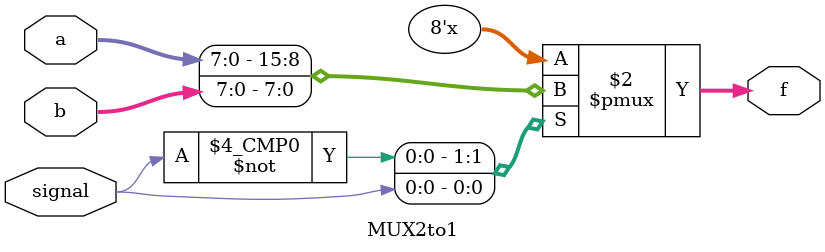
<source format=v>
`timescale 1ns / 1ps

module MUX2to1(a, b, signal, f);
    input [7:0] a, b;
    input signal;
    output reg [7:0] f;
    
    always @(signal)
        begin
            case(signal)
                1'b0: f = a; //Bit 0 choose A
                1'b1: f = b; //Bit 1 choose B
            endcase
        end
endmodule 
</source>
